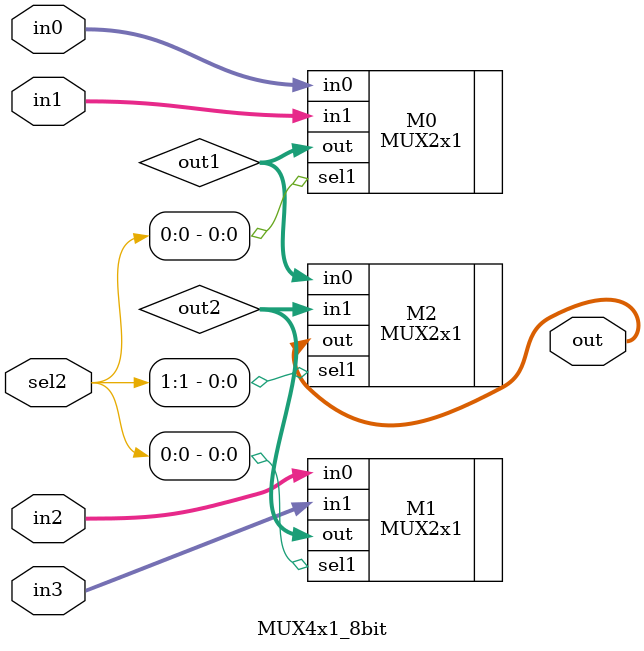
<source format=sv>
`timescale 1ns / 1ps


module MUX4x1_8bit(input [1:0] sel2, 
              input [7:0] in0,in1,in2,in3,
              output reg [7:0] out
    );
    
wire [7:0] out1, out2;
MUX2x1 M0(.sel1(sel2[0]), .in0(in0), .in1(in1), .out(out1));
MUX2x1 M1(.sel1(sel2[0]), .in0(in2), .in1(in3), .out(out2));

MUX2x1 M2(.sel1(sel2[1]), .in0(out1), .in1(out2), .out(out));

endmodule

</source>
